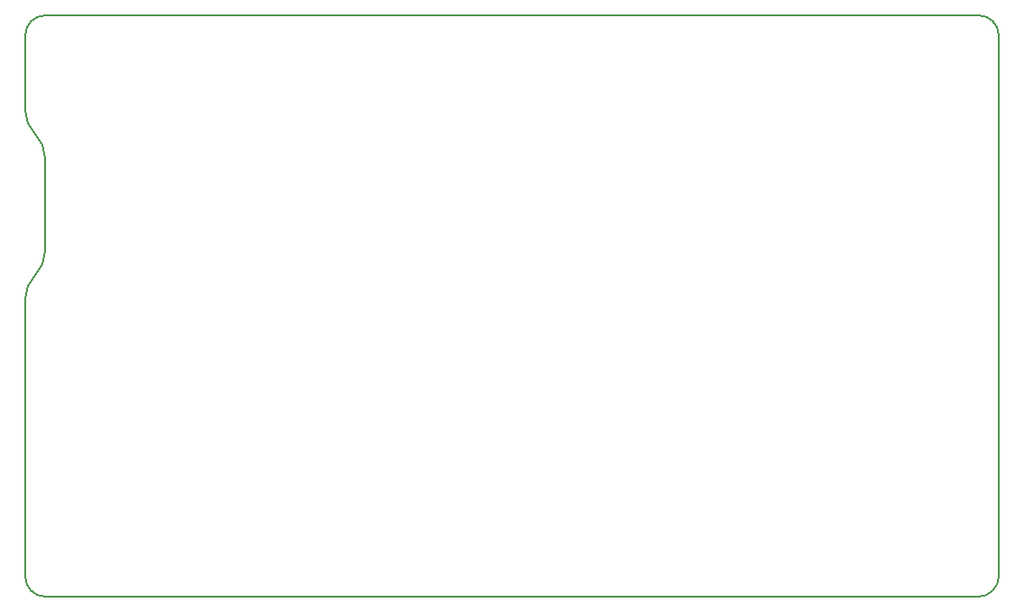
<source format=gm1>
G04 #@! TF.GenerationSoftware,KiCad,Pcbnew,5.0.2-bee76a0~70~ubuntu18.04.1*
G04 #@! TF.CreationDate,2019-05-17T00:05:31+09:00*
G04 #@! TF.ProjectId,meishi2,6d656973-6869-4322-9e6b-696361645f70,rev?*
G04 #@! TF.SameCoordinates,Original*
G04 #@! TF.FileFunction,Profile,NP*
%FSLAX46Y46*%
G04 Gerber Fmt 4.6, Leading zero omitted, Abs format (unit mm)*
G04 Created by KiCad (PCBNEW 5.0.2-bee76a0~70~ubuntu18.04.1) date 2019年05月17日 00時05分31秒*
%MOMM*%
%LPD*%
G01*
G04 APERTURE LIST*
%ADD10C,0.150000*%
G04 APERTURE END LIST*
D10*
X46309872Y-54020128D02*
X46309872Y-62819872D01*
X45379936Y-65064936D02*
G75*
G03X46309872Y-62819872I-2245064J2245064D01*
G01*
X45379936Y-51775064D02*
G75*
G02X46309872Y-54020128I-2245064J-2245064D01*
G01*
X45379936Y-65064936D02*
G75*
G03X44450000Y-67310000I2245064J-2245064D01*
G01*
X45379936Y-51775064D02*
G75*
G02X44450000Y-49530000I2245064J2245064D01*
G01*
X133985000Y-40640000D02*
G75*
G02X135890000Y-42545000I0J-1905000D01*
G01*
X135890000Y-93345000D02*
G75*
G02X133985000Y-95250000I-1905000J0D01*
G01*
X46355000Y-95250000D02*
G75*
G02X44450000Y-93345000I0J1905000D01*
G01*
X44450000Y-42545000D02*
G75*
G02X46355000Y-40640000I1905000J0D01*
G01*
X44450000Y-93345000D02*
X44450000Y-67310000D01*
X44450000Y-42545000D02*
X44450000Y-49530000D01*
X135890000Y-42545000D02*
X135890000Y-93345000D01*
X46355000Y-95250000D02*
X133985000Y-95250000D01*
X46355000Y-40640000D02*
X133985000Y-40640000D01*
M02*

</source>
